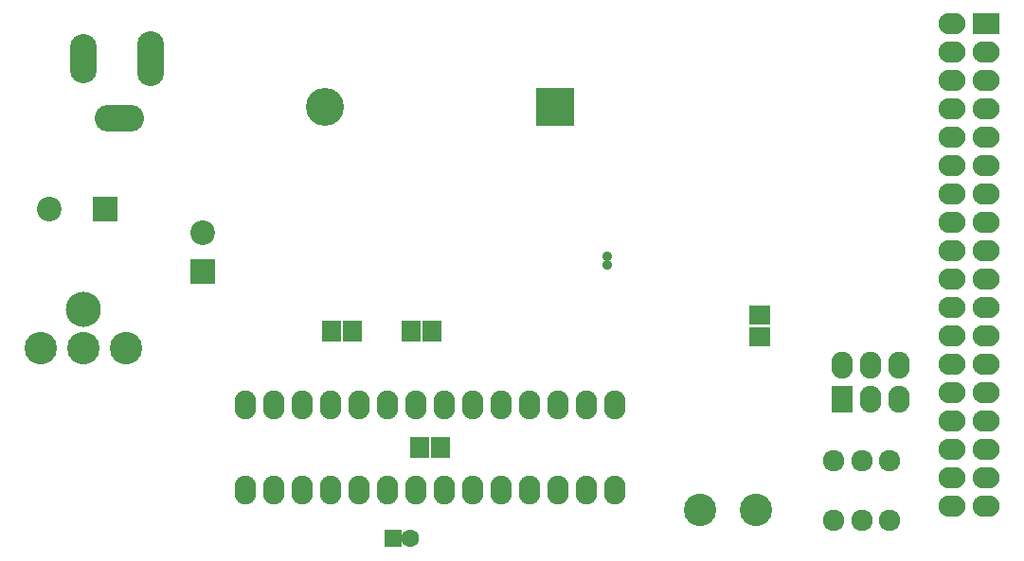
<source format=gbr>
G04 #@! TF.FileFunction,Soldermask,Bot*
%FSLAX46Y46*%
G04 Gerber Fmt 4.6, Leading zero omitted, Abs format (unit mm)*
G04 Created by KiCad (PCBNEW 4.0.6) date 06/21/17 16:43:10*
%MOMM*%
%LPD*%
G01*
G04 APERTURE LIST*
%ADD10C,0.100000*%
%ADD11C,3.399740*%
%ADD12R,3.397200X3.397200*%
%ADD13R,2.200000X2.200000*%
%ADD14C,2.200000*%
%ADD15R,1.600000X1.600000*%
%ADD16C,1.600000*%
%ADD17R,1.700480X1.898600*%
%ADD18R,1.898600X1.700480*%
%ADD19O,4.400500X2.398980*%
%ADD20O,2.398980X4.400500*%
%ADD21O,2.398980X4.900880*%
%ADD22C,2.900000*%
%ADD23R,1.924000X2.398980*%
%ADD24O,1.924000X2.398980*%
%ADD25C,2.899360*%
%ADD26C,3.148280*%
%ADD27O,1.901140X2.599640*%
%ADD28C,1.924000*%
%ADD29O,0.900000X0.900000*%
%ADD30R,2.398980X1.924000*%
%ADD31O,2.398980X1.924000*%
G04 APERTURE END LIST*
D10*
D11*
X49580800Y-33020000D03*
D12*
X70078600Y-33020000D03*
D13*
X29932000Y-42164000D03*
D14*
X24932000Y-42164000D03*
D15*
X55638000Y-71628000D03*
D16*
X57138000Y-71628000D03*
D17*
X59880500Y-63500000D03*
X57975500Y-63500000D03*
X57213500Y-53086000D03*
X59118500Y-53086000D03*
D13*
X38608000Y-47724000D03*
D14*
X38608000Y-44224000D03*
D17*
X50101500Y-53086000D03*
X52006500Y-53086000D03*
D18*
X88392000Y-51625500D03*
X88392000Y-53530500D03*
D19*
X31186120Y-34002980D03*
D20*
X27934920Y-28702000D03*
D21*
X33936940Y-28702000D03*
D22*
X83098000Y-69088000D03*
X88098000Y-69088000D03*
D23*
X95758000Y-59176920D03*
D24*
X95758000Y-56139080D03*
X98298000Y-59176920D03*
X98298000Y-56139080D03*
X100838000Y-59176920D03*
X100838000Y-56139080D03*
D25*
X31750000Y-54610000D03*
X27940000Y-54610000D03*
X24130000Y-54610000D03*
D26*
X27940000Y-51061620D03*
D27*
X75438000Y-59690000D03*
X72898000Y-59690000D03*
X70358000Y-59690000D03*
X67818000Y-59690000D03*
X65278000Y-59690000D03*
X62738000Y-59690000D03*
X60198000Y-59690000D03*
X57658000Y-59690000D03*
X55118000Y-59690000D03*
X52578000Y-59690000D03*
X50038000Y-59690000D03*
X47498000Y-59690000D03*
X44958000Y-59690000D03*
X42418000Y-59690000D03*
X42418000Y-67310000D03*
X44958000Y-67310000D03*
X47498000Y-67310000D03*
X50038000Y-67310000D03*
X52578000Y-67310000D03*
X55118000Y-67310000D03*
X57658000Y-67310000D03*
X60198000Y-67310000D03*
X62738000Y-67310000D03*
X65278000Y-67310000D03*
X67818000Y-67310000D03*
X70358000Y-67310000D03*
X72898000Y-67310000D03*
X75438000Y-67310000D03*
D28*
X95036000Y-64610000D03*
X97536000Y-64610000D03*
X100036000Y-64610000D03*
X95036000Y-70010000D03*
X97536000Y-70010000D03*
X100036000Y-70010000D03*
D29*
X74808000Y-47086000D03*
X74808000Y-46386000D03*
D30*
X108648920Y-25535000D03*
D31*
X105611080Y-25535000D03*
X108648920Y-28075000D03*
X105611080Y-28075000D03*
X108648920Y-30615000D03*
X105611080Y-30615000D03*
X108648920Y-33155000D03*
X105611080Y-33155000D03*
X108648920Y-35695000D03*
X105611080Y-35695000D03*
X108648920Y-38235000D03*
X105611080Y-38235000D03*
X108648920Y-40775000D03*
X105611080Y-40775000D03*
X108648920Y-43315000D03*
X105611080Y-43315000D03*
X108648920Y-45855000D03*
X105611080Y-45855000D03*
X108648920Y-48395000D03*
X105611080Y-48395000D03*
X108648920Y-50935000D03*
X105611080Y-50935000D03*
X108648920Y-53475000D03*
X105611080Y-53475000D03*
X108648920Y-56015000D03*
X105611080Y-56015000D03*
X108648920Y-58555000D03*
X105611080Y-58555000D03*
X108648920Y-61095000D03*
X105611080Y-61095000D03*
X108648920Y-63635000D03*
X105611080Y-63635000D03*
X108648920Y-66175000D03*
X105611080Y-66175000D03*
X108648920Y-68715000D03*
X105611080Y-68715000D03*
M02*

</source>
